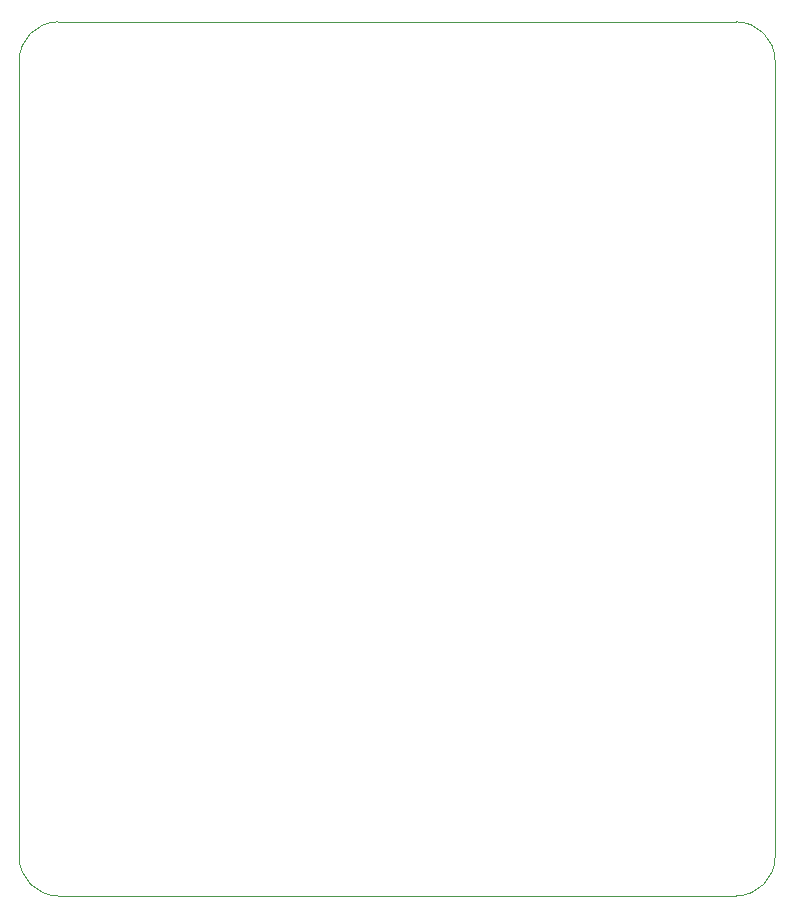
<source format=gbr>
%TF.GenerationSoftware,KiCad,Pcbnew,8.0.5*%
%TF.CreationDate,2024-10-20T03:08:34+02:00*%
%TF.ProjectId,Kingfisher,4b696e67-6669-4736-9865-722e6b696361,rev?*%
%TF.SameCoordinates,Original*%
%TF.FileFunction,Profile,NP*%
%FSLAX46Y46*%
G04 Gerber Fmt 4.6, Leading zero omitted, Abs format (unit mm)*
G04 Created by KiCad (PCBNEW 8.0.5) date 2024-10-20 03:08:34*
%MOMM*%
%LPD*%
G01*
G04 APERTURE LIST*
%TA.AperFunction,Profile*%
%ADD10C,0.050000*%
%TD*%
G04 APERTURE END LIST*
D10*
X121300000Y-63000000D02*
X178700000Y-63000000D01*
X178700000Y-63000000D02*
G75*
G02*
X182000000Y-66300000I0J-3300000D01*
G01*
X182000000Y-133700000D02*
G75*
G02*
X178700000Y-137000000I-3300000J0D01*
G01*
X118000000Y-133700000D02*
X118000000Y-66300000D01*
X121300000Y-137000000D02*
X178700000Y-137000000D01*
X121300000Y-137000000D02*
G75*
G02*
X118000000Y-133700000I0J3300000D01*
G01*
X118000000Y-66300000D02*
G75*
G02*
X121300000Y-63000000I3300000J0D01*
G01*
X182000000Y-66300000D02*
X182000000Y-133700000D01*
M02*

</source>
